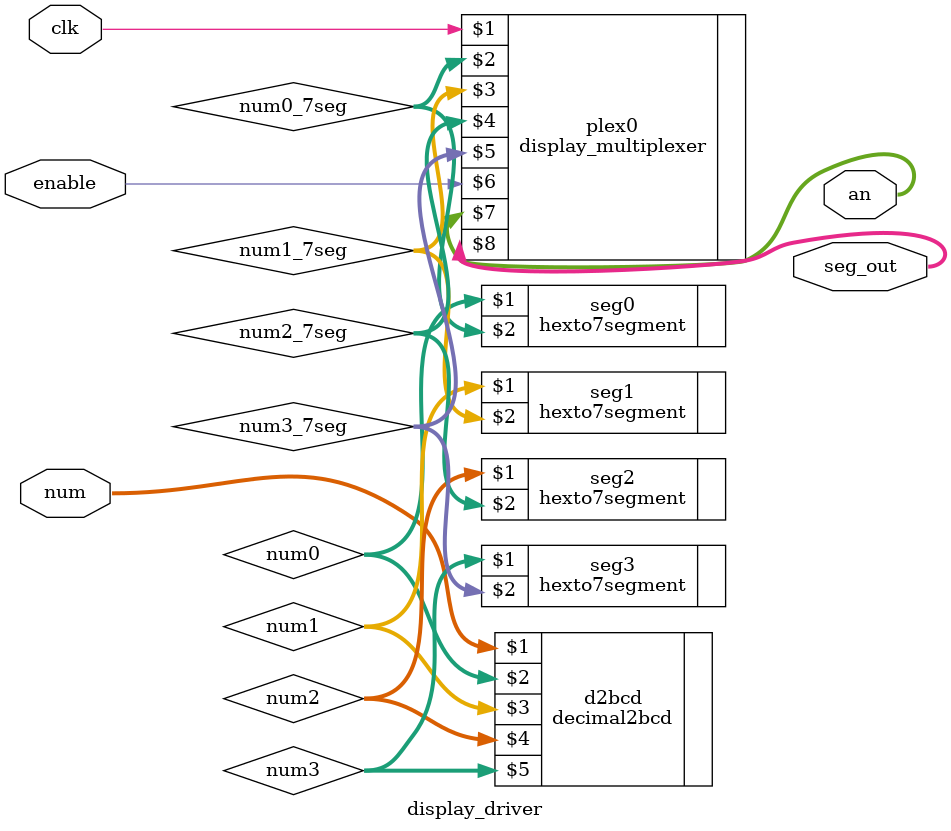
<source format=v>


module display_driver
    ( input  clk
    , input [15:0] num
    , input enable
    , output [3:0] an
    , output [6:0] seg_out
    );
    
    wire [3:0] num0, num1, num2, num3;
    
    wire [6:0] num0_7seg;
    wire [6:0] num1_7seg;
    wire [6:0] num2_7seg;
    wire [6:0] num3_7seg;
    
    decimal2bcd d2bcd(num, num0, num1, num2, num3);
   
    hexto7segment seg0(num0, num0_7seg);
    hexto7segment seg1(num1, num1_7seg);
    hexto7segment seg2(num2, num2_7seg);
    hexto7segment seg3(num3, num3_7seg);

    display_multiplexer plex0(clk,
        num0_7seg, num1_7seg, num2_7seg, num3_7seg, enable,
        an, seg_out);
    
endmodule
</source>
